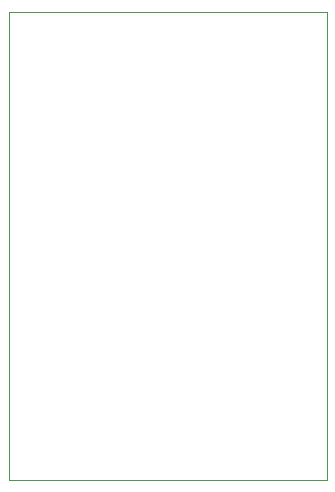
<source format=gbr>
%FSLAX46Y46*%
G04 Gerber Fmt 4.6, Leading zero omitted, Abs format (unit mm)*
G04 Created by KiCad (PCBNEW (2014-jul-16 BZR unknown)-product) date Wed 24 Sep 2014 18:25:44 CEST*
%MOMM*%
G01*
G04 APERTURE LIST*
%ADD10C,0.150000*%
%ADD11C,0.100000*%
G04 APERTURE END LIST*
D10*
D11*
X234696000Y-129032000D02*
X234188000Y-129032000D01*
X234696000Y-168656000D02*
X234696000Y-129032000D01*
X234188000Y-168656000D02*
X234696000Y-168656000D01*
X207772000Y-129032000D02*
X207772000Y-129794000D01*
X234188000Y-129032000D02*
X207772000Y-129032000D01*
X207772000Y-168656000D02*
X207772000Y-131318000D01*
X208026000Y-168656000D02*
X207772000Y-168656000D01*
X207772000Y-129794000D02*
X207772000Y-131572000D01*
X208026000Y-168656000D02*
X234188000Y-168656000D01*
M02*

</source>
